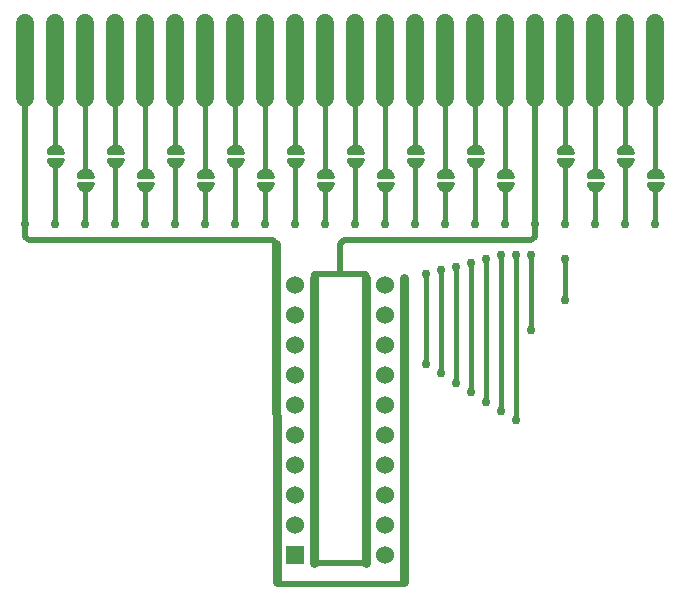
<source format=gtl>
%FSTAX24Y24*%
%MOIN*%
%IN card20pad.gtl *%
%ADD10C,0.0100*%
%ADD11C,0.0150*%
%ADD12C,0.0200*%
%ADD13C,0.0300*%
%ADD14C,0.0600*%
%ADD15R,0.0600X0.0600*%
D15*X010466Y002491D03*D14*X013466Y008491D03*Y010491D03*Y007491D03*
Y006491D03*Y005491D03*Y004491D03*Y003491D03*Y002491D03*
X010466Y010491D03*Y003491D03*Y004491D03*Y005491D03*Y011491D03*
X013466D03*X010466Y006491D03*Y007491D03*Y008491D03*Y009491D03*
X013466D03*D13*X004466Y013541D03*X015466D03*X020466D03*
X018341Y012491D03*Y009991D03*X002466Y013541D03*X017841Y012491D03*
Y006991D03*X016341Y012241D03*Y007934D03*X016841Y012366D03*Y007616D03*
X017341Y012491D03*Y007309D03*X015841Y012116D03*Y008241D03*
X015341Y011991D03*Y008559D03*X021466Y013541D03*X007466D03*
X019466Y012366D03*Y010991D03*X014841Y011866D03*Y008866D03*
X006466Y013541D03*X011466D03*X010466D03*X008466D03*X003466D03*
X013466D03*X005466D03*X012466D03*X019466D03*X016466D03*X018466D03*
X014466D03*X001466D03*X022466D03*X009466D03*X017466D03*D11*
X018341Y012491D02*G01Y009991D01*X017841Y012491D02*Y006991D01*
X016341Y012241D02*Y007934D01*X016841Y012366D02*Y007616D01*
X017341Y012491D02*Y007309D01*X015841Y012116D02*Y008241D01*
X015341Y011991D02*Y008559D01*X019466Y012366D02*Y010991D01*
X014841Y011866D02*Y008866D01*D14*X017466Y020241D02*Y017741D01*
X010466Y020241D02*Y017741D01*X016466Y020241D02*Y017741D01*
X015466Y020241D02*Y017741D01*X006466Y020241D02*Y017741D01*
X005466Y020241D02*Y017741D01*X001466Y020241D02*Y017741D01*
X002466Y020241D02*Y017741D01*X011466Y020241D02*Y017741D01*
X012466Y020241D02*Y017741D01*X009466Y020241D02*Y017741D01*
X018466Y020241D02*Y017741D01*X008466Y020241D02*Y017741D01*
X007466Y020241D02*Y017741D01*X014466Y020241D02*Y017741D01*
X013466Y020241D02*Y017741D01*X003466Y020241D02*Y017741D01*
X004466Y020241D02*Y017741D01*D13*X014091Y011741D02*X014101Y001616D01*
D12*Y001549D01*X009851D01*Y001616D01*D13*X009841Y012866D01*D12*
X009716Y012991D01*X001591D01*X001466Y013116D01*Y017616D01*
X011966Y011866D02*Y012866D01*X012091Y012991D01*X018341D01*
X018466Y013116D01*Y017616D01*X011091Y002241D02*X012841D01*D13*
Y011741D01*D12*Y011866D01*X011091D01*Y011741D01*D13*Y002241D01*D14*
X022466Y020241D02*Y017741D01*X021466Y020241D02*Y017741D01*
X020466Y020241D02*Y017741D01*X019466Y020241D02*Y017741D01*D11*
X002466Y015966D02*Y017616D01*X003466D02*Y015166D01*X004466Y015966D02*
Y017616D01*X005466Y015166D02*Y017616D01*X006466Y015966D02*Y017616D01*
X007466Y015166D02*Y017616D01*X008466Y015966D02*Y017616D01*
X009466Y015166D02*Y017616D01*X010466Y015966D02*Y017616D01*
X011466Y015166D02*Y017616D01*X012466Y015966D02*Y017616D01*
X013466Y015166D02*Y017616D01*X019466Y015966D02*Y017616D01*
X020466Y015166D02*Y017616D01*X021466Y015966D02*Y017616D01*
X022466Y015166D02*Y017616D01*X002466Y013541D02*Y015591D01*
X003466Y014791D02*Y013541D01*X004466D02*Y015591D01*X005466Y013541D02*
Y014791D01*X006466Y013541D02*Y015591D01*X007466Y013541D02*Y014791D01*
X008466Y013541D02*Y015591D01*X009466Y013541D02*Y014791D01*
X010466Y013541D02*Y015591D01*X011466Y013541D02*Y014791D01*
X012466Y013541D02*Y015591D01*X013466Y013541D02*Y014791D01*
X019466Y013541D02*Y015591D01*X020466Y013541D02*Y014791D01*
X021466Y013541D02*Y015591D01*X022466Y013541D02*Y014791D01*D10*
X022216Y015116D02*X022228Y015193D01*X022263Y015263D01*
X022319Y015318D01*X022388Y015354D01*X022466Y015366D01*
X022543Y015354D01*X022613Y015318D01*X022668Y015263D01*
X022703Y015193D01*X022716Y015116D01*X022216D01*X022416Y015266D02*
X022316D01*X022616D01*X022266Y015216D02*X022666D01*X022716Y014916D02*
X022703Y014839D01*X022668Y014769D01*X022613Y014714D01*
X022543Y014678D01*X022466Y014666D01*X022388Y014678D01*
X022319Y014714D01*X022263Y014769D01*X022228Y014839D01*
X022216Y014916D01*X022716D01*X022516Y014766D02*X022616D01*X022316D01*
X022666Y014816D02*X022266D01*X020216Y015116D02*X020228Y015193D01*
X020263Y015263D01*X020319Y015318D01*X020388Y015354D01*
X020466Y015366D01*X020543Y015354D01*X020613Y015318D01*
X020668Y015263D01*X020703Y015193D01*X020716Y015116D01*X020216D01*
X020416Y015266D02*X020316D01*X020616D01*X020266Y015216D02*X020666D01*
X020716Y014916D02*X020703Y014839D01*X020668Y014769D01*
X020613Y014714D01*X020543Y014678D01*X020466Y014666D01*
X020388Y014678D01*X020319Y014714D01*X020263Y014769D01*
X020228Y014839D01*X020216Y014916D01*X020716D01*X020516Y014766D02*
X020616D01*X020316D01*X020666Y014816D02*X020266D01*X013216Y015116D02*
X013228Y015193D01*X013263Y015263D01*X013319Y015318D01*
X013388Y015354D01*X013466Y015366D01*X013543Y015354D01*
X013613Y015318D01*X013668Y015263D01*X013703Y015193D01*
X013716Y015116D01*X013216D01*X013416Y015266D02*X013316D01*X013616D01*
X013266Y015216D02*X013666D01*X013716Y014916D02*X013703Y014839D01*
X013668Y014769D01*X013613Y014714D01*X013543Y014678D01*
X013466Y014666D01*X013388Y014678D01*X013319Y014714D01*
X013263Y014769D01*X013228Y014839D01*X013216Y014916D01*X013716D01*
X013516Y014766D02*X013616D01*X013316D01*X013666Y014816D02*X013266D01*
X011216Y015116D02*X011228Y015193D01*X011263Y015263D01*
X011319Y015318D01*X011388Y015354D01*X011466Y015366D01*
X011543Y015354D01*X011613Y015318D01*X011668Y015263D01*
X011703Y015193D01*X011716Y015116D01*X011216D01*X011416Y015266D02*
X011316D01*X011616D01*X011266Y015216D02*X011666D01*X011716Y014916D02*
X011703Y014839D01*X011668Y014769D01*X011613Y014714D01*
X011543Y014678D01*X011466Y014666D01*X011388Y014678D01*
X011319Y014714D01*X011263Y014769D01*X011228Y014839D01*
X011216Y014916D01*X011716D01*X011516Y014766D02*X011616D01*X011316D01*
X011666Y014816D02*X011266D01*X009216Y015116D02*X009228Y015193D01*
X009263Y015263D01*X009319Y015318D01*X009388Y015354D01*
X009466Y015366D01*X009543Y015354D01*X009613Y015318D01*
X009668Y015263D01*X009703Y015193D01*X009716Y015116D01*X009216D01*
X009416Y015266D02*X009316D01*X009616D01*X009266Y015216D02*X009666D01*
X009716Y014916D02*X009703Y014839D01*X009668Y014769D01*
X009613Y014714D01*X009543Y014678D01*X009466Y014666D01*
X009388Y014678D01*X009319Y014714D01*X009263Y014769D01*
X009228Y014839D01*X009216Y014916D01*X009716D01*X009516Y014766D02*
X009616D01*X009316D01*X009666Y014816D02*X009266D01*X007216Y015116D02*
X007228Y015193D01*X007263Y015263D01*X007319Y015318D01*
X007388Y015354D01*X007466Y015366D01*X007543Y015354D01*
X007613Y015318D01*X007668Y015263D01*X007703Y015193D01*
X007716Y015116D01*X007216D01*X007416Y015266D02*X007316D01*X007616D01*
X007266Y015216D02*X007666D01*X007716Y014916D02*X007703Y014839D01*
X007668Y014769D01*X007613Y014714D01*X007543Y014678D01*
X007466Y014666D01*X007388Y014678D01*X007319Y014714D01*
X007263Y014769D01*X007228Y014839D01*X007216Y014916D01*X007716D01*
X007516Y014766D02*X007616D01*X007316D01*X007666Y014816D02*X007266D01*
X005216Y015116D02*X005228Y015193D01*X005263Y015263D01*
X005319Y015318D01*X005388Y015354D01*X005466Y015366D01*
X005543Y015354D01*X005613Y015318D01*X005668Y015263D01*
X005703Y015193D01*X005716Y015116D01*X005216D01*X005416Y015266D02*
X005316D01*X005616D01*X005266Y015216D02*X005666D01*X005716Y014916D02*
X005703Y014839D01*X005668Y014769D01*X005613Y014714D01*
X005543Y014678D01*X005466Y014666D01*X005388Y014678D01*
X005319Y014714D01*X005263Y014769D01*X005228Y014839D01*
X005216Y014916D01*X005716D01*X005516Y014766D02*X005616D01*X005316D01*
X005666Y014816D02*X005266D01*X003216Y015116D02*X003228Y015193D01*
X003263Y015263D01*X003319Y015318D01*X003388Y015354D01*
X003466Y015366D01*X003543Y015354D01*X003613Y015318D01*
X003668Y015263D01*X003703Y015193D01*X003716Y015116D01*X003216D01*
X003416Y015266D02*X003316D01*X003616D01*X003266Y015216D02*X003666D01*
X003716Y014916D02*X003703Y014839D01*X003668Y014769D01*
X003613Y014714D01*X003543Y014678D01*X003466Y014666D01*
X003388Y014678D01*X003319Y014714D01*X003263Y014769D01*
X003228Y014839D01*X003216Y014916D01*X003716D01*X003516Y014766D02*
X003616D01*X003316D01*X003666Y014816D02*X003266D01*X021216Y015916D02*
X021228Y015993D01*X021263Y016063D01*X021319Y016118D01*
X021388Y016154D01*X021466Y016166D01*X021543Y016154D01*
X021613Y016118D01*X021668Y016063D01*X021703Y015993D01*
X021716Y015916D01*X021216D01*X021416Y016066D02*X021316D01*X021616D01*
X021266Y016016D02*X021666D01*X021716Y015716D02*X021703Y015639D01*
X021668Y015569D01*X021613Y015514D01*X021543Y015478D01*
X021466Y015466D01*X021388Y015478D01*X021319Y015514D01*
X021263Y015569D01*X021228Y015639D01*X021216Y015716D01*X021716D01*
X021516Y015566D02*X021616D01*X021316D01*X021666Y015616D02*X021266D01*
X019216Y015916D02*X019228Y015993D01*X019263Y016063D01*
X019319Y016118D01*X019388Y016154D01*X019466Y016166D01*
X019543Y016154D01*X019613Y016118D01*X019668Y016063D01*
X019703Y015993D01*X019716Y015916D01*X019216D01*X019416Y016066D02*
X019316D01*X019616D01*X019266Y016016D02*X019666D01*X019716Y015716D02*
X019703Y015639D01*X019668Y015569D01*X019613Y015514D01*
X019543Y015478D01*X019466Y015466D01*X019388Y015478D01*
X019319Y015514D01*X019263Y015569D01*X019228Y015639D01*
X019216Y015716D01*X019716D01*X019516Y015566D02*X019616D01*X019316D01*
X019666Y015616D02*X019266D01*X012216Y015916D02*X012228Y015993D01*
X012263Y016063D01*X012319Y016118D01*X012388Y016154D01*
X012466Y016166D01*X012543Y016154D01*X012613Y016118D01*
X012668Y016063D01*X012703Y015993D01*X012716Y015916D01*X012216D01*
X012416Y016066D02*X012316D01*X012616D01*X012266Y016016D02*X012666D01*
X012716Y015716D02*X012703Y015639D01*X012668Y015569D01*
X012613Y015514D01*X012543Y015478D01*X012466Y015466D01*
X012388Y015478D01*X012319Y015514D01*X012263Y015569D01*
X012228Y015639D01*X012216Y015716D01*X012716D01*X012516Y015566D02*
X012616D01*X012316D01*X012666Y015616D02*X012266D01*X010216Y015916D02*
X010228Y015993D01*X010263Y016063D01*X010319Y016118D01*
X010388Y016154D01*X010466Y016166D01*X010543Y016154D01*
X010613Y016118D01*X010668Y016063D01*X010703Y015993D01*
X010716Y015916D01*X010216D01*X010416Y016066D02*X010316D01*X010616D01*
X010266Y016016D02*X010666D01*X010716Y015716D02*X010703Y015639D01*
X010668Y015569D01*X010613Y015514D01*X010543Y015478D01*
X010466Y015466D01*X010388Y015478D01*X010319Y015514D01*
X010263Y015569D01*X010228Y015639D01*X010216Y015716D01*X010716D01*
X010516Y015566D02*X010616D01*X010316D01*X010666Y015616D02*X010266D01*
X008216Y015916D02*X008228Y015993D01*X008263Y016063D01*
X008319Y016118D01*X008388Y016154D01*X008466Y016166D01*
X008543Y016154D01*X008613Y016118D01*X008668Y016063D01*
X008703Y015993D01*X008716Y015916D01*X008216D01*X008416Y016066D02*
X008316D01*X008616D01*X008266Y016016D02*X008666D01*X008716Y015716D02*
X008703Y015639D01*X008668Y015569D01*X008613Y015514D01*
X008543Y015478D01*X008466Y015466D01*X008388Y015478D01*
X008319Y015514D01*X008263Y015569D01*X008228Y015639D01*
X008216Y015716D01*X008716D01*X008516Y015566D02*X008616D01*X008316D01*
X008666Y015616D02*X008266D01*X006216Y015916D02*X006228Y015993D01*
X006263Y016063D01*X006319Y016118D01*X006388Y016154D01*
X006466Y016166D01*X006543Y016154D01*X006613Y016118D01*
X006668Y016063D01*X006703Y015993D01*X006716Y015916D01*X006216D01*
X006416Y016066D02*X006316D01*X006616D01*X006266Y016016D02*X006666D01*
X006716Y015716D02*X006703Y015639D01*X006668Y015569D01*
X006613Y015514D01*X006543Y015478D01*X006466Y015466D01*
X006388Y015478D01*X006319Y015514D01*X006263Y015569D01*
X006228Y015639D01*X006216Y015716D01*X006716D01*X006516Y015566D02*
X006616D01*X006316D01*X006666Y015616D02*X006266D01*X004216Y015916D02*
X004228Y015993D01*X004263Y016063D01*X004319Y016118D01*
X004388Y016154D01*X004466Y016166D01*X004543Y016154D01*
X004613Y016118D01*X004668Y016063D01*X004703Y015993D01*
X004716Y015916D01*X004216D01*X004416Y016066D02*X004316D01*X004616D01*
X004266Y016016D02*X004666D01*X004716Y015716D02*X004703Y015639D01*
X004668Y015569D01*X004613Y015514D01*X004543Y015478D01*
X004466Y015466D01*X004388Y015478D01*X004319Y015514D01*
X004263Y015569D01*X004228Y015639D01*X004216Y015716D01*X004716D01*
X004516Y015566D02*X004616D01*X004316D01*X004666Y015616D02*X004266D01*
X002216Y015916D02*X002228Y015993D01*X002263Y016063D01*
X002319Y016118D01*X002388Y016154D01*X002466Y016166D01*
X002543Y016154D01*X002613Y016118D01*X002668Y016063D01*
X002703Y015993D01*X002716Y015916D01*X002216D01*X002416Y016066D02*
X002316D01*X002616D01*X002266Y016016D02*X002666D01*X002716Y015716D02*
X002703Y015639D01*X002668Y015569D01*X002613Y015514D01*
X002543Y015478D01*X002466Y015466D01*X002388Y015478D01*
X002319Y015514D01*X002263Y015569D01*X002228Y015639D01*
X002216Y015716D01*X002716D01*X002516Y015566D02*X002616D01*X002316D01*
X002666Y015616D02*X002266D01*D11*X014466Y015966D02*Y017616D01*
X015466Y015166D02*Y017616D01*X016466Y015966D02*Y017616D01*
X017466Y015166D02*Y017616D01*X014466Y013541D02*Y015591D01*
X015466Y013541D02*Y014791D01*X016466Y013541D02*Y015591D01*
X017466Y013541D02*Y014791D01*D10*X017216Y015116D02*X017228Y015193D01*
X017263Y015263D01*X017319Y015318D01*X017388Y015354D01*
X017466Y015366D01*X017543Y015354D01*X017613Y015318D01*
X017668Y015263D01*X017703Y015193D01*X017716Y015116D01*X017216D01*
X017416Y015266D02*X017316D01*X017616D01*X017266Y015216D02*X017666D01*
X017716Y014916D02*X017703Y014839D01*X017668Y014769D01*
X017613Y014714D01*X017543Y014678D01*X017466Y014666D01*
X017388Y014678D01*X017319Y014714D01*X017263Y014769D01*
X017228Y014839D01*X017216Y014916D01*X017716D01*X017516Y014766D02*
X017616D01*X017316D01*X017666Y014816D02*X017266D01*X015216Y015116D02*
X015228Y015193D01*X015263Y015263D01*X015319Y015318D01*
X015388Y015354D01*X015466Y015366D01*X015543Y015354D01*
X015613Y015318D01*X015668Y015263D01*X015703Y015193D01*
X015716Y015116D01*X015216D01*X015416Y015266D02*X015316D01*X015616D01*
X015266Y015216D02*X015666D01*X015716Y014916D02*X015703Y014839D01*
X015668Y014769D01*X015613Y014714D01*X015543Y014678D01*
X015466Y014666D01*X015388Y014678D01*X015319Y014714D01*
X015263Y014769D01*X015228Y014839D01*X015216Y014916D01*X015716D01*
X015516Y014766D02*X015616D01*X015316D01*X015666Y014816D02*X015266D01*
X016216Y015916D02*X016228Y015993D01*X016263Y016063D01*
X016319Y016118D01*X016388Y016154D01*X016466Y016166D01*
X016543Y016154D01*X016613Y016118D01*X016668Y016063D01*
X016703Y015993D01*X016716Y015916D01*X016216D01*X016416Y016066D02*
X016316D01*X016616D01*X016266Y016016D02*X016666D01*X016716Y015716D02*
X016703Y015639D01*X016668Y015569D01*X016613Y015514D01*
X016543Y015478D01*X016466Y015466D01*X016388Y015478D01*
X016319Y015514D01*X016263Y015569D01*X016228Y015639D01*
X016216Y015716D01*X016716D01*X016516Y015566D02*X016616D01*X016316D01*
X016666Y015616D02*X016266D01*X014216Y015916D02*X014228Y015993D01*
X014263Y016063D01*X014319Y016118D01*X014388Y016154D01*
X014466Y016166D01*X014543Y016154D01*X014613Y016118D01*
X014668Y016063D01*X014703Y015993D01*X014716Y015916D01*X014216D01*
X014416Y016066D02*X014316D01*X014616D01*X014266Y016016D02*X014666D01*
X014716Y015716D02*X014703Y015639D01*X014668Y015569D01*
X014613Y015514D01*X014543Y015478D01*X014466Y015466D01*
X014388Y015478D01*X014319Y015514D01*X014263Y015569D01*
X014228Y015639D01*X014216Y015716D01*X014716D01*X014516Y015566D02*
X014616D01*X014316D01*X014666Y015616D02*X014266D01*
M02*
</source>
